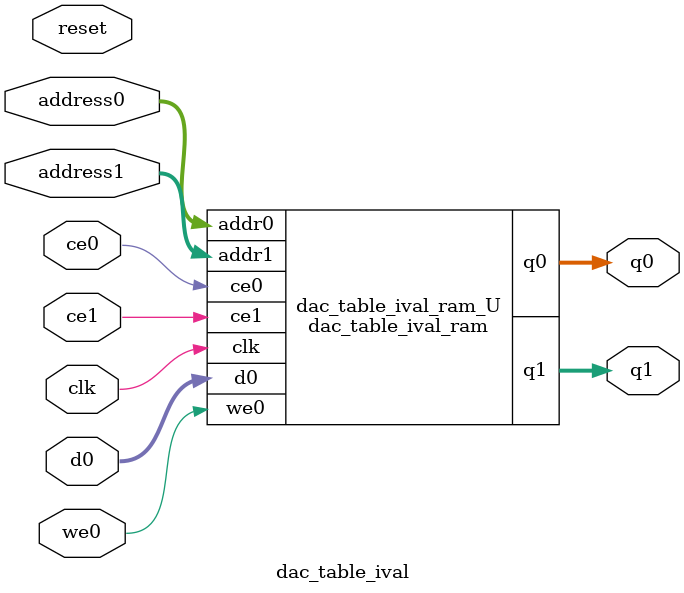
<source format=v>
`timescale 1 ns / 1 ps
module dac_table_ival_ram (addr0, ce0, d0, we0, q0, addr1, ce1, q1,  clk);

parameter DWIDTH = 16;
parameter AWIDTH = 3;
parameter MEM_SIZE = 8;

input[AWIDTH-1:0] addr0;
input ce0;
input[DWIDTH-1:0] d0;
input we0;
output reg[DWIDTH-1:0] q0;
input[AWIDTH-1:0] addr1;
input ce1;
output reg[DWIDTH-1:0] q1;
input clk;

(* ram_style = "distributed" *)reg [DWIDTH-1:0] ram[0:MEM_SIZE-1];




always @(posedge clk)  
begin 
    if (ce0) begin
        if (we0) 
            ram[addr0] <= d0; 
        q0 <= ram[addr0];
    end
end


always @(posedge clk)  
begin 
    if (ce1) begin
        q1 <= ram[addr1];
    end
end


endmodule

`timescale 1 ns / 1 ps
module dac_table_ival(
    reset,
    clk,
    address0,
    ce0,
    we0,
    d0,
    q0,
    address1,
    ce1,
    q1);

parameter DataWidth = 32'd16;
parameter AddressRange = 32'd8;
parameter AddressWidth = 32'd3;
input reset;
input clk;
input[AddressWidth - 1:0] address0;
input ce0;
input we0;
input[DataWidth - 1:0] d0;
output[DataWidth - 1:0] q0;
input[AddressWidth - 1:0] address1;
input ce1;
output[DataWidth - 1:0] q1;



dac_table_ival_ram dac_table_ival_ram_U(
    .clk( clk ),
    .addr0( address0 ),
    .ce0( ce0 ),
    .we0( we0 ),
    .d0( d0 ),
    .q0( q0 ),
    .addr1( address1 ),
    .ce1( ce1 ),
    .q1( q1 ));

endmodule


</source>
